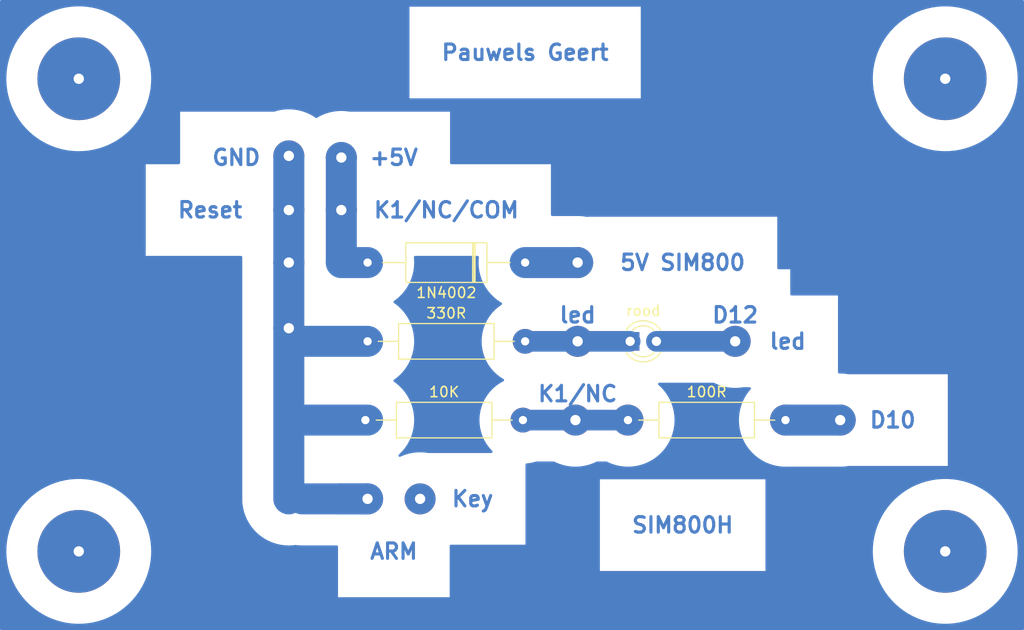
<source format=kicad_pcb>
(kicad_pcb (version 20211014) (generator pcbnew)
  (layers (0 "F.Cu" signal) (31 "B.Cu" signal) (34 "B.Paste" user) (35 "F.Paste" user) (36 "B.SilkS" user "B.Silkscreen") (37 "F.SilkS" user "F.Silkscreen") (38 "B.Mask" user) (39 "F.Mask" user) (44 "Edge.Cuts" user))
  (net 0 "")
  (footprint "LED_THT:LED_D3.0mm" (layer "F.Cu") (at 121.92 88.9)
    (fp_text reference "rood" (at 1.27 -2.96) (layer "F.SilkS"))
    (fp_text value "LED_D3.0mm" hide)
    (fp_line (start -0.29 -1.236) (end -0.29 -1.08) (layer "F.SilkS") (width 0.12))
    (fp_line (start -0.29 1.08) (end -0.29 1.236) (layer "F.SilkS") (width 0.12))
    (fp_arc (start 2.942335 1.078608) (mid 1.366487 1.987659) (end -0.29 1.235516) (layer "F.SilkS") (width 0.12))
    (fp_arc (start 2.31113 1.079837) (mid 1.270117 1.5) (end 0.229039 1.08) (layer "F.SilkS") (width 0.12))
    (fp_arc (start -0.29 -1.235516) (mid 1.366487 -1.987659) (end 2.942335 -1.078608) (layer "F.SilkS") (width 0.12))
    (fp_arc (start 0.229039 -1.08) (mid 1.270117 -1.5) (end 2.31113 -1.079837) (layer "F.SilkS") (width 0.12))
    (pad "1" thru_hole rect (at 0 0) (size 1.8 1.8) (drill 0.9) (layers *.Cu *.Mask))
    (pad "2" thru_hole circle (at 2.54 0) (size 1.8 1.8) (drill 0.9) (layers *.Cu *.Mask))
  )
  (footprint "Resistor_THT:R_Axial_DIN0309_L9.0mm_D3.2mm_P15.24mm_Horizontal" (layer "F.Cu") (at 96.52 88.9)
    (fp_text reference "330R" (at 7.62 -2.72) (layer "F.SilkS"))
    (fp_text value "R_Axial_DIN0309_L9.0mm_D3.2mm_P15.24mm_Horizontal" hide)
    (fp_line (start 12.24 1.72) (end 12.24 -1.72) (layer "F.SilkS") (width 0.12))
    (fp_line (start 3 1.72) (end 12.24 1.72) (layer "F.SilkS") (width 0.12))
    (fp_line (start 12.24 -1.72) (end 3 -1.72) (layer "F.SilkS") (width 0.12))
    (fp_line (start 1.04 0) (end 3 0) (layer "F.SilkS") (width 0.12))
    (fp_line (start 14.2 0) (end 12.24 0) (layer "F.SilkS") (width 0.12))
    (fp_line (start 3 -1.72) (end 3 1.72) (layer "F.SilkS") (width 0.12))
    (pad "1" thru_hole circle (at 0 0) (size 2.4 2.4) (drill 0.8) (layers *.Cu *.Mask))
    (pad "2" thru_hole oval (at 15.24 0) (size 2.4 2.4) (drill 0.8) (layers *.Cu *.Mask))
  )
  (footprint "" (layer "F.Cu") (at 132.08 88.9)
    (fp_text reference "" (at 0 0) (layer "F.SilkS") (effects (font (size 1.27 1.27))))
    (fp_text value "" (at 0 0) (layer "F.SilkS") (effects (font (size 1.27 1.27))))
    (pad "1" thru_hole circle (at 0 0) (size 3 3) (drill 1) (layers *.Cu *.Mask))
  )
  (footprint "Resistor_THT:R_Axial_DIN0309_L9.0mm_D3.2mm_P15.24mm_Horizontal" (layer "F.Cu") (at 121.7075 96.52)
    (fp_text reference "100R" (at 7.62 -2.72) (layer "F.SilkS"))
    (fp_text value "R_Axial_DIN0309_L9.0mm_D3.2mm_P15.24mm_Horizontal" hide)
    (fp_line (start 14.2 0) (end 12.24 0) (layer "F.SilkS") (width 0.12))
    (fp_line (start 3 -1.72) (end 3 1.72) (layer "F.SilkS") (width 0.12))
    (fp_line (start 3 1.72) (end 12.24 1.72) (layer "F.SilkS") (width 0.12))
    (fp_line (start 12.24 1.72) (end 12.24 -1.72) (layer "F.SilkS") (width 0.12))
    (fp_line (start 12.24 -1.72) (end 3 -1.72) (layer "F.SilkS") (width 0.12))
    (fp_line (start 1.04 0) (end 3 0) (layer "F.SilkS") (width 0.12))
    (pad "1" thru_hole circle (at 0 0) (size 3 3) (drill 0.8) (layers *.Cu *.Mask))
    (pad "2" thru_hole oval (at 15.24 0) (size 3 3) (drill 0.8) (layers *.Cu *.Mask))
  )
  (footprint "Resistor_THT:R_Axial_DIN0309_L9.0mm_D3.2mm_P15.24mm_Horizontal" (layer "F.Cu") (at 96.3075 96.52)
    (fp_text reference "10K" (at 7.62 -2.72) (layer "F.SilkS"))
    (fp_text value "R_Axial_DIN0309_L9.0mm_D3.2mm_P15.24mm_Horizontal" hide)
    (fp_line (start 12.24 1.72) (end 12.24 -1.72) (layer "F.SilkS") (width 0.12))
    (fp_line (start 1.04 0) (end 3 0) (layer "F.SilkS") (width 0.12))
    (fp_line (start 3 1.72) (end 12.24 1.72) (layer "F.SilkS") (width 0.12))
    (fp_line (start 14.2 0) (end 12.24 0) (layer "F.SilkS") (width 0.12))
    (fp_line (start 12.24 -1.72) (end 3 -1.72) (layer "F.SilkS") (width 0.12))
    (fp_line (start 3 -1.72) (end 3 1.72) (layer "F.SilkS") (width 0.12))
    (pad "1" thru_hole circle (at 0 0) (size 2.4 2.4) (drill 0.8) (layers *.Cu *.Mask))
    (pad "2" thru_hole oval (at 15.24 0) (size 2.4 2.4) (drill 0.8) (layers *.Cu *.Mask))
  )
  (footprint "Diode_THT:D_DO-15_P15.24mm_Horizontal" (layer "F.Cu") (at 111.76 81.28 180)
    (fp_text reference "1N4002" (at 7.62 -2.92) (layer "F.SilkS"))
    (fp_text value "D_DO-15_P15.24mm_Horizontal" hide)
    (fp_line (start 5.08 -1.92) (end 5.08 1.92) (layer "F.SilkS") (width 0.12))
    (fp_line (start 4.84 -1.92) (end 4.84 1.92) (layer "F.SilkS") (width 0.12))
    (fp_line (start 11.54 -1.92) (end 3.7 -1.92) (layer "F.SilkS") (width 0.12))
    (fp_line (start 3.7 1.92) (end 11.54 1.92) (layer "F.SilkS") (width 0.12))
    (fp_line (start 11.54 1.92) (end 11.54 -1.92) (layer "F.SilkS") (width 0.12))
    (fp_line (start 1.44 0) (end 3.7 0) (layer "F.SilkS") (width 0.12))
    (fp_line (start 13.8 0) (end 11.54 0) (layer "F.SilkS") (width 0.12))
    (fp_line (start 4.96 -1.92) (end 4.96 1.92) (layer "F.SilkS") (width 0.12))
    (fp_line (start 3.7 -1.92) (end 3.7 1.92) (layer "F.SilkS") (width 0.12))
    (pad "1" thru_hole oval (at 0 0 180) (size 2.4 2.4) (drill 0.8) (layers *.Cu *.Mask))
    (pad "2" thru_hole oval (at 15.24 0 180) (size 2.4 2.4) (drill 0.8) (layers *.Cu *.Mask))
  )
  (gr_line (start 88.9 71.12) (end 88.9 104.14) (layer "B.Cu") (width 3))
  (gr_text "K1/NC\n" (at 116.84 93.98) (layer "B.Cu") (effects (font (size 1.5 1.5) (thickness 0.3))))
  (gr_text "Pauwels Geert" (at 111.76 60.96) (layer "B.Cu") (effects (font (size 1.5 1.5) (thickness 0.3))))
  (gr_text "K1/NC/COM\n" (at 104.14 76.2) (layer "B.Cu") (effects (font (size 1.5 1.5) (thickness 0.3))))
  (gr_text "5V SIM800\n" (at 127 81.28) (layer "B.Cu") (effects (font (size 1.5 1.5) (thickness 0.3))))
  (gr_text "led" (at 116.84 86.36) (layer "B.Cu") (effects (font (size 1.5 1.5) (thickness 0.3))))
  (gr_text "led" (at 137.16 88.9) (layer "B.Cu") (effects (font (size 1.5 1.5) (thickness 0.3))))
  (gr_text "D10" (at 147.32 96.52) (layer "B.Cu") (effects (font (size 1.5 1.5) (thickness 0.3))))
  (gr_text "Reset" (at 81.28 76.2) (layer "B.Cu") (effects (font (size 1.5 1.5) (thickness 0.3))))
  (gr_text "SIM800H" (at 127 106.68) (layer "B.Cu") (effects (font (size 1.5 1.5) (thickness 0.3))))
  (gr_text "Key" (at 106.68 104.14) (layer "B.Cu") (effects (font (size 1.5 1.5) (thickness 0.3))))
  (gr_text "GND" (at 83.82 71.12) (layer "B.Cu") (effects (font (size 1.5 1.5) (thickness 0.3))))
  (gr_text "+5V" (at 99.06 71.12) (layer "B.Cu") (effects (font (size 1.5 1.5) (thickness 0.3))))
  (gr_text "D12" (at 132.08 86.36) (layer "B.Cu") (effects (font (size 1.5 1.5) (thickness 0.3))))
  (gr_text "ARM" (at 99.06 109.22) (layer "B.Cu") (effects (font (size 1.5 1.5) (thickness 0.3))))
  (via (at 88.9 76.2) (size 3) (drill 1) (layers "F.Cu" "B.Cu") (net 0))
  (via (at 88.9 70.9605) (size 3) (drill 1) (layers "F.Cu" "B.Cu") (net 0))
  (via (at 116.84 88.9) (size 3) (drill 1) (layers "F.Cu" "B.Cu") (net 0))
  (via (at 116.6275 96.52) (size 3) (drill 1) (layers "F.Cu" "B.Cu") (net 0))
  (via (at 101.6 104.14) (size 3) (drill 1) (layers "F.Cu" "B.Cu") (net 0))
  (via (at 152.4 63.5) (size 8) (drill 1) (layers "F.Cu" "B.Cu") (net 0))
  (via (at 142.24 96.52) (size 3) (drill 1) (layers "F.Cu" "B.Cu") (net 0))
  (via (at 93.98 71.12) (size 3) (drill 1) (layers "F.Cu" "B.Cu") (net 0))
  (via (at 68.58 63.5) (size 8) (drill 1) (layers "F.Cu" "B.Cu") (net 0))
  (via (at 93.98 76.2) (size 3) (drill 1) (layers "F.Cu" "B.Cu") (net 0))
  (via (at 116.84 81.28) (size 3) (drill 1) (layers "F.Cu" "B.Cu") (net 0))
  (via (at 96.52 104.14) (size 3) (drill 1) (layers "F.Cu" "B.Cu") (net 0))
  (via (at 68.58 109.22) (size 8) (drill 1) (layers "F.Cu" "B.Cu") (net 0))
  (via (at 88.9 81.28) (size 3) (drill 1) (layers "F.Cu" "B.Cu") (net 0))
  (via (at 88.9 87.63) (size 3) (drill 1) (layers "F.Cu" "B.Cu") (net 0))
  (via (at 152.4 109.22) (size 8) (drill 1) (layers "F.Cu" "B.Cu") (net 0))
  (segment (start 93.98 81.28) (end 96.52 81.28) (width 3) (layer "B.Cu") (net 0))
  (segment (start 96.52 104.14) (end 90.2 104.14) (width 3) (layer "B.Cu") (net 0))
  (segment (start 111.5475 96.52) (end 116.6275 96.52) (width 2) (layer "B.Cu") (net 0))
  (segment (start 96.52 96.52) (end 90.2 96.52) (width 3) (layer "B.Cu") (net 0))
  (segment (start 96.3075 104.14) (end 93.7675 104.14) (width 3) (layer "B.Cu") (net 0))
  (segment (start 96.52 88.9) (end 90.2 88.9) (width 3) (layer "B.Cu") (net 0))
  (segment (start 137.16 96.52) (end 142.24 96.52) (width 3) (layer "B.Cu") (net 0))
  (segment (start 116.6275 96.52) (end 121.7075 96.52) (width 2) (layer "B.Cu") (net 0))
  (segment (start 111.76 88.9) (end 121.92 88.9) (width 2) (layer "B.Cu") (net 0))
  (segment (start 132.08 88.9) (end 124.46 88.9) (width 2) (layer "B.Cu") (net 0))
  (segment (start 93.98 71.12) (end 93.98 81.28) (width 3) (layer "B.Cu") (net 0))
  (segment (start 111.76 81.28) (end 116.84 81.28) (width 3) (layer "B.Cu") (net 0))
  (zone (net 0) (net_name "") (layer "B.Cu") (connect_pads (clearance 3)) (min_thickness 0.254) (fill yes (thermal_gap 0.508) (thermal_bridge_width 0.508))
    (polygon (pts (xy 160.02 116.84) (xy 60.96 116.84) (xy 60.96 55.88) (xy 160.02 55.88)))
  )
)
</source>
